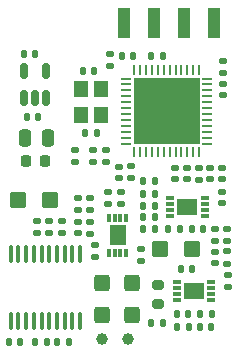
<source format=gbr>
%TF.GenerationSoftware,KiCad,Pcbnew,8.0.0*%
%TF.CreationDate,2024-02-29T09:48:22+03:00*%
%TF.ProjectId,micro17,6d696372-6f31-4372-9e6b-696361645f70,rev?*%
%TF.SameCoordinates,Original*%
%TF.FileFunction,Soldermask,Top*%
%TF.FilePolarity,Negative*%
%FSLAX46Y46*%
G04 Gerber Fmt 4.6, Leading zero omitted, Abs format (unit mm)*
G04 Created by KiCad (PCBNEW 8.0.0) date 2024-02-29 09:48:22*
%MOMM*%
%LPD*%
G01*
G04 APERTURE LIST*
G04 Aperture macros list*
%AMRoundRect*
0 Rectangle with rounded corners*
0 $1 Rounding radius*
0 $2 $3 $4 $5 $6 $7 $8 $9 X,Y pos of 4 corners*
0 Add a 4 corners polygon primitive as box body*
4,1,4,$2,$3,$4,$5,$6,$7,$8,$9,$2,$3,0*
0 Add four circle primitives for the rounded corners*
1,1,$1+$1,$2,$3*
1,1,$1+$1,$4,$5*
1,1,$1+$1,$6,$7*
1,1,$1+$1,$8,$9*
0 Add four rect primitives between the rounded corners*
20,1,$1+$1,$2,$3,$4,$5,0*
20,1,$1+$1,$4,$5,$6,$7,0*
20,1,$1+$1,$6,$7,$8,$9,0*
20,1,$1+$1,$8,$9,$2,$3,0*%
G04 Aperture macros list end*
%ADD10RoundRect,0.062500X-0.375000X-0.062500X0.375000X-0.062500X0.375000X0.062500X-0.375000X0.062500X0*%
%ADD11RoundRect,0.062500X-0.062500X-0.375000X0.062500X-0.375000X0.062500X0.375000X-0.062500X0.375000X0*%
%ADD12R,5.600000X5.600000*%
%ADD13R,0.750000X0.300000*%
%ADD14R,1.750000X1.450000*%
%ADD15R,0.300000X0.750000*%
%ADD16R,1.450000X1.750000*%
%ADD17RoundRect,0.100000X-0.100000X0.637500X-0.100000X-0.637500X0.100000X-0.637500X0.100000X0.637500X0*%
%ADD18RoundRect,0.135000X-0.185000X0.135000X-0.185000X-0.135000X0.185000X-0.135000X0.185000X0.135000X0*%
%ADD19RoundRect,0.140000X-0.140000X-0.170000X0.140000X-0.170000X0.140000X0.170000X-0.140000X0.170000X0*%
%ADD20RoundRect,0.140000X0.140000X0.170000X-0.140000X0.170000X-0.140000X-0.170000X0.140000X-0.170000X0*%
%ADD21RoundRect,0.250000X-0.450000X-0.425000X0.450000X-0.425000X0.450000X0.425000X-0.450000X0.425000X0*%
%ADD22RoundRect,0.140000X0.170000X-0.140000X0.170000X0.140000X-0.170000X0.140000X-0.170000X-0.140000X0*%
%ADD23RoundRect,0.135000X-0.135000X-0.185000X0.135000X-0.185000X0.135000X0.185000X-0.135000X0.185000X0*%
%ADD24RoundRect,0.150000X0.150000X-0.512500X0.150000X0.512500X-0.150000X0.512500X-0.150000X-0.512500X0*%
%ADD25RoundRect,0.135000X0.185000X-0.135000X0.185000X0.135000X-0.185000X0.135000X-0.185000X-0.135000X0*%
%ADD26RoundRect,0.135000X0.135000X0.185000X-0.135000X0.185000X-0.135000X-0.185000X0.135000X-0.185000X0*%
%ADD27RoundRect,0.140000X-0.170000X0.140000X-0.170000X-0.140000X0.170000X-0.140000X0.170000X0.140000X0*%
%ADD28RoundRect,0.250000X-0.425000X0.450000X-0.425000X-0.450000X0.425000X-0.450000X0.425000X0.450000X0*%
%ADD29C,1.000000*%
%ADD30RoundRect,0.200000X0.275000X-0.200000X0.275000X0.200000X-0.275000X0.200000X-0.275000X-0.200000X0*%
%ADD31RoundRect,0.250000X0.450000X0.425000X-0.450000X0.425000X-0.450000X-0.425000X0.450000X-0.425000X0*%
%ADD32R,1.000000X2.500000*%
%ADD33RoundRect,0.250000X-0.250000X-0.475000X0.250000X-0.475000X0.250000X0.475000X-0.250000X0.475000X0*%
%ADD34RoundRect,0.225000X-0.225000X-0.250000X0.225000X-0.250000X0.225000X0.250000X-0.225000X0.250000X0*%
%ADD35R,1.200000X1.400000*%
G04 APERTURE END LIST*
D10*
%TO.C,U1*%
X190662500Y-56750000D03*
X190662500Y-57250000D03*
X190662500Y-57750000D03*
X190662500Y-58250000D03*
X190662500Y-58750000D03*
X190662500Y-59250000D03*
X190662500Y-59750000D03*
X190662500Y-60250000D03*
X190662500Y-60750000D03*
X190662500Y-61250000D03*
X190662500Y-61750000D03*
X190662500Y-62250000D03*
D11*
X191350000Y-62937500D03*
X191850000Y-62937500D03*
X192350000Y-62937500D03*
X192850000Y-62937500D03*
X193350000Y-62937500D03*
X193850000Y-62937500D03*
X194350000Y-62937500D03*
X194850000Y-62937500D03*
X195350000Y-62937500D03*
X195850000Y-62937500D03*
X196350000Y-62937500D03*
X196850000Y-62937500D03*
D10*
X197537500Y-62250000D03*
X197537500Y-61750000D03*
X197537500Y-61250000D03*
X197537500Y-60750000D03*
X197537500Y-60250000D03*
X197537500Y-59750000D03*
X197537500Y-59250000D03*
X197537500Y-58750000D03*
X197537500Y-58250000D03*
X197537500Y-57750000D03*
X197537500Y-57250000D03*
X197537500Y-56750000D03*
D11*
X196850000Y-56062500D03*
X196350000Y-56062500D03*
X195850000Y-56062500D03*
X195350000Y-56062500D03*
X194850000Y-56062500D03*
X194350000Y-56062500D03*
X193850000Y-56062500D03*
X193350000Y-56062500D03*
X192850000Y-56062500D03*
X192350000Y-56062500D03*
X191850000Y-56062500D03*
X191350000Y-56062500D03*
D12*
X194100000Y-59500000D03*
%TD*%
D13*
%TO.C,U7*%
X197850000Y-75500000D03*
X197850000Y-75000000D03*
X197850000Y-74500000D03*
X197850000Y-74000000D03*
X194950000Y-74000000D03*
X194950000Y-74500000D03*
X194950000Y-75000000D03*
X194950000Y-75500000D03*
D14*
X196400000Y-74750000D03*
%TD*%
D15*
%TO.C,U4*%
X189187500Y-71487500D03*
X189687500Y-71487500D03*
X190187500Y-71487500D03*
X190687500Y-71487500D03*
X190687500Y-68587500D03*
X190187500Y-68587500D03*
X189687500Y-68587500D03*
X189187500Y-68587500D03*
D16*
X189937500Y-70037500D03*
%TD*%
D17*
%TO.C,U5*%
X186750000Y-71575000D03*
X186100000Y-71575000D03*
X185450000Y-71575000D03*
X184800000Y-71575000D03*
X184150000Y-71575000D03*
X183500000Y-71575000D03*
X182850000Y-71575000D03*
X182200000Y-71575000D03*
X181550000Y-71575000D03*
X180900000Y-71575000D03*
X180900000Y-77300000D03*
X181550000Y-77300000D03*
X182200000Y-77300000D03*
X182850000Y-77300000D03*
X183500000Y-77300000D03*
X184150000Y-77300000D03*
X184800000Y-77300000D03*
X185450000Y-77300000D03*
X186100000Y-77300000D03*
X186750000Y-77300000D03*
%TD*%
D13*
%TO.C,U6*%
X194400000Y-66850000D03*
X194400000Y-67350000D03*
X194400000Y-67850000D03*
X194400000Y-68350000D03*
X197300000Y-68350000D03*
X197300000Y-67850000D03*
X197300000Y-67350000D03*
X197300000Y-66850000D03*
D14*
X195850000Y-67600000D03*
%TD*%
D18*
%TO.C,R13*%
X187600000Y-68865000D03*
X187600000Y-69885000D03*
%TD*%
D19*
%TO.C,C19*%
X192107500Y-66500000D03*
X193067500Y-66500000D03*
%TD*%
D20*
%TO.C,C31*%
X193750000Y-77421250D03*
X192790000Y-77421250D03*
%TD*%
D21*
%TO.C,C28*%
X193550000Y-71200000D03*
X196250000Y-71200000D03*
%TD*%
D22*
%TO.C,C20*%
X199200000Y-70480000D03*
X199200000Y-69520000D03*
%TD*%
D18*
%TO.C,R1*%
X187900000Y-62790000D03*
X187900000Y-63810000D03*
%TD*%
D23*
%TO.C,R10*%
X192077500Y-67500000D03*
X193097500Y-67500000D03*
%TD*%
D24*
%TO.C,U2*%
X182000000Y-58412499D03*
X182950000Y-58412499D03*
X183900000Y-58412499D03*
X183900000Y-56137499D03*
X182000000Y-56137499D03*
%TD*%
D25*
%TO.C,R5*%
X196800000Y-65310000D03*
X196800000Y-64290000D03*
%TD*%
D23*
%TO.C,R20*%
X192090000Y-69500000D03*
X193110000Y-69500000D03*
%TD*%
D26*
%TO.C,R16*%
X183935000Y-79037500D03*
X182915000Y-79037500D03*
%TD*%
D25*
%TO.C,R9*%
X199200000Y-72410000D03*
X199200000Y-71390000D03*
%TD*%
D18*
%TO.C,R4*%
X189300000Y-54690000D03*
X189300000Y-55710000D03*
%TD*%
D20*
%TO.C,C17*%
X193080000Y-68500000D03*
X192120000Y-68500000D03*
%TD*%
D27*
%TO.C,C7*%
X197800000Y-64320000D03*
X197800000Y-65280000D03*
%TD*%
D28*
%TO.C,C34*%
X191200000Y-74050000D03*
X191200000Y-76750000D03*
%TD*%
D19*
%TO.C,C13*%
X182280000Y-60012499D03*
X183240000Y-60012499D03*
%TD*%
D23*
%TO.C,R21*%
X194190000Y-69500000D03*
X195210000Y-69500000D03*
%TD*%
D29*
%TO.C,TP2*%
X190800000Y-78800000D03*
%TD*%
D22*
%TO.C,C24*%
X186600000Y-69845000D03*
X186600000Y-68885000D03*
%TD*%
D30*
%TO.C,R24*%
X193370000Y-75846250D03*
X193370000Y-74196250D03*
%TD*%
D18*
%TO.C,R14*%
X188000000Y-70865000D03*
X188000000Y-71885000D03*
%TD*%
D23*
%TO.C,R8*%
X192090000Y-65400000D03*
X193110000Y-65400000D03*
%TD*%
D26*
%TO.C,R3*%
X193810000Y-54800000D03*
X192790000Y-54800000D03*
%TD*%
D25*
%TO.C,R11*%
X198200000Y-70510000D03*
X198200000Y-69490000D03*
%TD*%
D31*
%TO.C,C26*%
X184250000Y-67000000D03*
X181550000Y-67000000D03*
%TD*%
D28*
%TO.C,C27*%
X188600000Y-74050000D03*
X188600000Y-76750000D03*
%TD*%
D19*
%TO.C,C32*%
X195320000Y-72900000D03*
X196280000Y-72900000D03*
%TD*%
D22*
%TO.C,C23*%
X186300000Y-63780000D03*
X186300000Y-62820000D03*
%TD*%
%TO.C,C30*%
X198800000Y-67280000D03*
X198800000Y-66320000D03*
%TD*%
D25*
%TO.C,R17*%
X191900000Y-72210000D03*
X191900000Y-71190000D03*
%TD*%
D26*
%TO.C,R22*%
X197910000Y-76712500D03*
X196890000Y-76712500D03*
%TD*%
D32*
%TO.C,J1*%
X190445000Y-52072500D03*
X192985000Y-52072500D03*
X195525000Y-52072500D03*
X198065000Y-52072500D03*
%TD*%
D22*
%TO.C,C3*%
X198850000Y-56242500D03*
X198850000Y-55282500D03*
%TD*%
D19*
%TO.C,C29*%
X196920000Y-77812500D03*
X197880000Y-77812500D03*
%TD*%
D20*
%TO.C,C2*%
X188180000Y-61400000D03*
X187220000Y-61400000D03*
%TD*%
D27*
%TO.C,C6*%
X198850000Y-58142500D03*
X198850000Y-57182500D03*
%TD*%
D33*
%TO.C,C10*%
X182140000Y-61750000D03*
X184040000Y-61750000D03*
%TD*%
D20*
%TO.C,C18*%
X197180000Y-69500000D03*
X196220000Y-69500000D03*
%TD*%
D26*
%TO.C,R23*%
X194990000Y-77800000D03*
X196010000Y-77800000D03*
%TD*%
D27*
%TO.C,C8*%
X194810000Y-64300000D03*
X194810000Y-65260000D03*
%TD*%
D22*
%TO.C,C16*%
X190200000Y-67355000D03*
X190200000Y-66395000D03*
%TD*%
D27*
%TO.C,C21*%
X186600000Y-66885000D03*
X186600000Y-67845000D03*
%TD*%
D22*
%TO.C,C9*%
X195800000Y-65260000D03*
X195800000Y-64300000D03*
%TD*%
%TO.C,C14*%
X190100000Y-65180000D03*
X190100000Y-64220000D03*
%TD*%
D20*
%TO.C,C22*%
X181705000Y-79037500D03*
X180745000Y-79037500D03*
%TD*%
D18*
%TO.C,R12*%
X187600000Y-66865000D03*
X187600000Y-67885000D03*
%TD*%
D34*
%TO.C,FB1*%
X182225000Y-63750000D03*
X183775000Y-63750000D03*
%TD*%
D22*
%TO.C,C35*%
X189100000Y-67355000D03*
X189100000Y-66395000D03*
%TD*%
D20*
%TO.C,C4*%
X191280000Y-54800000D03*
X190320000Y-54800000D03*
%TD*%
D35*
%TO.C,Y1*%
X186850000Y-57650000D03*
X186850000Y-59850000D03*
X188550000Y-59850000D03*
X188550000Y-57650000D03*
%TD*%
D25*
%TO.C,R15*%
X185200000Y-69847500D03*
X185200000Y-68827500D03*
%TD*%
D29*
%TO.C,TP1*%
X188600000Y-78800000D03*
%TD*%
D18*
%TO.C,R19*%
X183125000Y-68827500D03*
X183125000Y-69847500D03*
%TD*%
%TO.C,R18*%
X184125000Y-68827500D03*
X184125000Y-69847500D03*
%TD*%
D27*
%TO.C,C5*%
X198800000Y-64320000D03*
X198800000Y-65280000D03*
%TD*%
D19*
%TO.C,C1*%
X187020000Y-56100000D03*
X187980000Y-56100000D03*
%TD*%
D25*
%TO.C,R2*%
X189000000Y-63810000D03*
X189000000Y-62790000D03*
%TD*%
D19*
%TO.C,C11*%
X182000000Y-54675499D03*
X182960000Y-54675499D03*
%TD*%
%TO.C,C33*%
X194970000Y-76712500D03*
X195930000Y-76712500D03*
%TD*%
D18*
%TO.C,R6*%
X191100000Y-64190000D03*
X191100000Y-65210000D03*
%TD*%
D22*
%TO.C,C15*%
X198200000Y-72380000D03*
X198200000Y-71420000D03*
%TD*%
D25*
%TO.C,R7*%
X199300000Y-74410000D03*
X199300000Y-73390000D03*
%TD*%
D19*
%TO.C,C25*%
X184845000Y-79037500D03*
X185805000Y-79037500D03*
%TD*%
M02*

</source>
